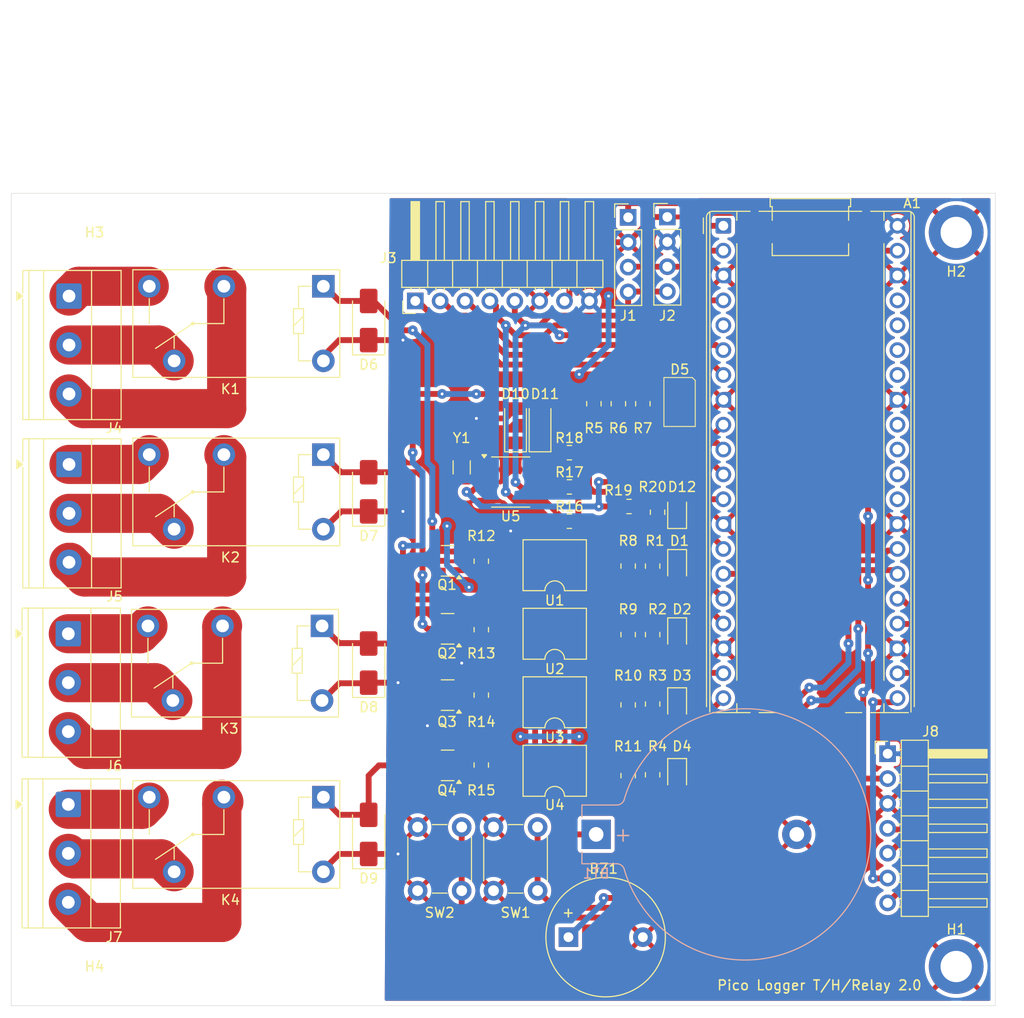
<source format=kicad_pcb>
(kicad_pcb (version 20241229) (generator "pcbnew") (generator_version "9.0")
  (layers (0 "F.Cu" signal) (2 "B.Cu" signal) (13 "F.Paste" user) (15 "B.Paste" user) (5 "F.SilkS" user "F.Silkscreen") (7 "B.SilkS" user "B.Silkscreen") (1 "F.Mask" user) (3 "B.Mask" user) (25 "Edge.Cuts" user))
  (net 0 "")
  (net 1 "SCL")
  (net 4 "SPI TX")
  (net 5 "SDA")
  (net 6 "GPIO14")
  (net 8 "GPIO21")
  (net 12 "+3.3V")
  (net 14 "GND")
  (net 15 "Net-(D1-A)")
  (net 16 "Net-(D2-A)")
  (net 17 "Net-(D3-A)")
  (net 18 "Net-(D4-A)")
  (net 19 "Net-(D5-DI)")
  (net 20 "Net-(D5-VDD)")
  (net 21 "Net-(D5-DO)")
  (net 22 "GPIO2")
  (net 24 "GPIO12")
  (net 25 "K1_Pin5")
  (net 27 "GPIO11")
  (net 28 "GPIO13")
  (net 29 "TX")
  (net 30 "GPIO15")
  (net 31 "RX")
  (net 32 "+BATT")
  (net 33 "K1_Pin2")
  (net 34 "K2_Pin2")
  (net 35 "K3_Pin2")
  (net 36 "K4_Pin2")
  (net 37 "GPIO9")
  (net 38 "K4_Pin4")
  (net 39 "K4_Pin3")
  (net 40 "K4_Pin1")
  (net 41 "K3_Pin1")
  (net 42 "K3_Pin4")
  (net 43 "K3_Pin3")
  (net 44 "K2_Pin1")
  (net 45 "K2_Pin3")
  (net 46 "K2_Pin4")
  (net 47 "K1_Pin1")
  (net 48 "K1_Pin4")
  (net 49 "K1_Pin3")
  (net 50 "Net-(Q1-B)")
  (net 51 "Net-(Q2-B)")
  (net 52 "Net-(Q3-B)")
  (net 53 "Net-(Q4-B)")
  (net 54 "Net-(R8-Pad1)")
  (net 55 "Net-(R9-Pad1)")
  (net 56 "Net-(R10-Pad1)")
  (net 57 "Net-(R11-Pad1)")
  (net 58 "Net-(R12-Pad2)")
  (net 59 "Net-(R13-Pad2)")
  (net 60 "Net-(R14-Pad2)")
  (net 61 "Net-(R15-Pad2)")
  (net 62 "Net-(D10-K)")
  (net 63 "Net-(D12-A)")
  (net 64 "SPI CSn")
  (net 65 "GPIO6")
  (net 66 "SPI SCK")
  (net 67 "GPIO20")
  (net 68 "SPI RX")
  (net 69 "GPIO7")
  (net 70 "GPIO8")
  (net 71 "GPIO10")
  (net 72 "Net-(U5-OSCO)")
  (net 73 "Net-(U5-OSCI)")
  (footprint "Resistor_SMD:R_0805_2012Metric" (layer "F.Cu") (at 155 72.5 180)
    (property "Reference" "R18")
    (property "Value" "4K7")
  )
  (footprint "LED_SMD:LED_Avago_PLCC4_3.2x2.8mm_CW" (layer "F.Cu") (at 166.25 67.325 -90)
    (property "Reference" "D5")
    (property "Value" "APA-106-F5")
  )
  (footprint "Resistor_SMD:R_0805_2012Metric" (layer "F.Cu") (at 162.5 67.5 -90)
    (property "Reference" "R7")
    (property "Value" "220")
  )
  (footprint "Diode_SMD:D_MiniMELF" (layer "F.Cu") (at 149.5 69.75 90)
    (property "Reference" "D10")
    (property "Value" "LL4148")
  )
  (footprint "Resistor_SMD:R_0805_2012Metric" (layer "F.Cu") (at 163.5 84.0875 90)
    (property "Reference" "R1")
    (property "Value" "220")
  )
  (footprint "LED_SMD:LED_0805_2012Metric" (layer "F.Cu") (at 166 98.2075 -90)
    (property "Reference" "D3")
    (property "Value" "LED")
  )
  (footprint "MountingHole:MountingHole_3.2mm_M3_DIN965_Pad" (layer "F.Cu") (at 194.5 50)
    (property "Reference" "H2")
    (property "Value" "MountingHole_Pad")
  )
  (footprint "Connector_PinHeader_2.54mm:PinHeader_1x04_P2.54mm_Vertical" (layer "F.Cu") (at 161 48.46)
    (property "Reference" "J1")
    (property "Value" "Sensor")
  )
  (footprint "Resistor_SMD:R_0805_2012Metric" (layer "F.Cu") (at 157.5 67.5 -90)
    (property "Reference" "R5")
    (property "Value" "220")
  )
  (footprint "Resistor_SMD:R_0805_2012Metric" (layer "F.Cu") (at 161.0875 78)
    (property "Reference" "R19")
    (property "Value" "10K")
  )
  (footprint "Button_Switch_THT:SW_PUSH_6mm" (layer "F.Cu") (at 139.5 117.25 90)
    (property "Reference" "SW2")
    (property "Value" "SW_Push")
  )
  (footprint "Diode_SMD:D_SMA" (layer "F.Cu") (at 134.5 111.5 90)
    (property "Reference" "D9")
    (property "Value" "SM4007")
  )
  (footprint "Resistor_SMD:R_0805_2012Metric" (layer "F.Cu") (at 146 104.4125 90)
    (property "Reference" "R15")
    (property "Value" "120")
  )
  (footprint "MountingHole:MountingHole_3.2mm_M3" (layer "F.Cu") (at 102 125)
    (property "Reference" "H4")
    (property "Value" "MountingHole")
  )
  (footprint "Relay_THT:Relay_SPDT_Omron-G5Q-1" (layer "F.Cu") (at 129.875 72.7 180)
    (property "Reference" "K2")
    (property "Value" "G5Q-1")
  )
  (footprint "Resistor_SMD:R_0805_2012Metric" (layer "F.Cu") (at 161 105.5 90)
    (property "Reference" "R11")
    (property "Value" "470")
  )
  (footprint "TerminalBlock_Phoenix:TerminalBlock_Phoenix_MKDS-1,5-3_1x03_P5.00mm_Horizontal" (layer "F.Cu") (at 103.8275 91 -90)
    (property "Reference" "J6")
    (property "Value" "K2_Output")
  )
  (footprint "Package_DIP:SMDIP-4_W9.53mm" (layer "F.Cu") (at 153.5 98 180)
    (property "Reference" "U3")
    (property "Value" "LTV-817S")
  )
  (footprint "LED_SMD:LED_0805_2012Metric" (layer "F.Cu") (at 166 91.0625 -90)
    (property "Reference" "D2")
    (property "Value" "LED")
  )
  (footprint "Connector_PinHeader_2.54mm:PinHeader_1x04_P2.54mm_Vertical" (layer "F.Cu") (at 165 48.42)
    (property "Reference" "J2")
    (property "Value" "LCD 16x2")
  )
  (footprint "Resistor_SMD:R_0805_2012Metric" (layer "F.Cu") (at 146 90.5875 90)
    (property "Reference" "R13")
    (property "Value" "120")
  )
  (footprint "MountingHole:MountingHole_3.2mm_M3" (layer "F.Cu") (at 102 50)
    (property "Reference" "H3")
    (property "Value" "MountingHole")
  )
  (footprint "Connector_PinHeader_2.54mm:PinHeader_1x07_P2.54mm_Horizontal" (layer "F.Cu") (at 187.5 103.26)
    (property "Reference" "J8")
    (property "Value" "SPI")
  )
  (footprint "MountingHole:MountingHole_3.2mm_M3_DIN965_Pad" (layer "F.Cu") (at 194.5 125)
    (property "Reference" "H1")
    (property "Value" "MountingHole_Pad")
  )
  (footprint "Module:RaspberryPi_Pico_Common_THT" (layer "F.Cu") (at 170.72 49.32)
    (property "Reference" "A1")
    (property "Value" "RaspberryPi_Pico_W")
  )
  (footprint "Package_SO:SOIC-8_3.9x4.9mm_P1.27mm" (layer "F.Cu") (at 149 75.5)
    (property "Reference" "U5")
    (property "Value" "PCF8563T")
  )
  (footprint "Package_DIP:SMDIP-4_W9.53mm" (layer "F.Cu") (at 153.5 91 180)
    (property "Reference" "U2")
    (property "Value" "LTV-817S")
  )
  (footprint "Package_TO_SOT_SMD:SOT-23" (layer "F.Cu") (at 142.5625 83.55 180)
    (property "Reference" "Q1")
    (property "Value" "MMBT3904")
  )
  (footprint "Resistor_SMD:R_0805_2012Metric" (layer "F.Cu") (at 146 83.5875 90)
    (property "Reference" "R12")
    (property "Value" "120")
  )
  (footprint "Package_DIP:SMDIP-4_W9.53mm" (layer "F.Cu") (at 153.5 84 180)
    (property "Reference" "U1")
    (property "Value" "LTV-817S")
  )
  (footprint "Package_TO_SOT_SMD:SOT-23" (layer "F.Cu") (at 142.5625 104.45 180)
    (property "Reference" "Q4")
    (property "Value" "MMBT3904")
  )
  (footprint "Relay_THT:Relay_SPDT_Omron-G5Q-1" (layer "F.Cu") (at 129.875 107.7 180)
    (property "Reference" "K4")
    (property "Value" "G5Q-1")
  )
  (footprint "Package_TO_SOT_SMD:SOT-23" (layer "F.Cu") (at 142.5625 90.5 180)
    (property "Reference" "Q2")
    (property "Value" "MMBT3904")
  )
  (footprint "Resistor_SMD:R_0805_2012Metric" (layer "F.Cu") (at 160 67.5 -90)
    (property "Reference" "R6")
    (property "Value" "220")
  )
  (footprint "LED_SMD:LED_0805_2012Metric" (layer "F.Cu") (at 166 105.4375 -90)
    (property "Reference" "D4")
    (property "Value" "LED")
  )
  (footprint "Diode_SMD:D_SMA" (layer "F.Cu") (at 134.5 59 90)
    (property "Reference" "D6")
    (property "Value" "SM4007")
  )
  (footprint "Button_Switch_THT:SW_PUSH_6mm" (layer "F.Cu") (at 147.25 117.25 90)
    (property "Reference" "SW1")
    (property "Value" "SW_Push")
  )
  (footprint "Resistor_SMD:R_0805_2012Metric" (layer "F.Cu") (at 146 97.27 90)
    (property "Reference" "R14")
    (property "Value" "120")
  )
  (footprint "Resistor_SMD:R_0805_2012Metric" (layer "F.Cu") (at 161 98.27 90)
    (property "Reference" "R10")
    (property "Value" "470")
  )
  (footprint "Resistor_SMD:R_0805_2012Metric" (layer "F.Cu") (at 161 84.0875 90)
    (property "Reference" "R8")
    (property "Value" "470")
  )
  (footprint "Resistor_SMD:R_0805_2012Metric" (layer "F.Cu") (at 164 78.5875 -90)
    (property "Reference" "R20")
    (property "Value" "220")
  )
  (footprint "LED_SMD:LED_0805_2012Metric" (layer "F.Cu") (at 166 84.0875 -90)
    (property "Reference" "D1")
    (property "Value" "LED")
  )
  (footprint "Diode_SMD:D_SMA" (layer "F.Cu") (at 134.5 76.5 90)
    (property "Reference" "D7")
    (property "Value" "SM4007")
  )
  (footprint "Buzzer_Beeper:Buzzer_12x9.5RM7.6" (layer "F.Cu") (at 154.9 122)
    (property "Reference" "BZ1")
    (property "Value" "Buzzer")
  )
  (footprint "Relay_THT:Relay_SPDT_Omron-G5Q-1" (layer "F.Cu") (at 129.74 90.2 180)
    (property "Reference" "K3")
    (property "Value" "G5Q-1")
  )
  (footprint "TerminalBlock_Phoenix:TerminalBlock_Phoenix_MKDS-1,5-3_1x03_P5.00mm_Horizontal" (layer "F.Cu") (at 103.9 56.5 -90)
    (property "Reference" "J4")
    (property "Value" "K4_Output")
  )
  (footprint "TerminalBlock_Phoenix:TerminalBlock_Phoenix_MKDS-1,5-3_1x03_P5.00mm_Horizontal" (layer "F.Cu") (at 103.8275 108.44 -90)
    (property "Reference" "J7")
    (property "Value" "K1_Output")
  )
  (footprint "Resistor_SMD:R_0805_2012Metric" (layer "F.Cu") (at 163.5 91.0875 90)
    (property "Reference" "R2")
    (property "Value" "220")
  )
  (footprint "Resistor_SMD:R_0805_2012Metric" (layer "F.Cu") (at 163.5 98.1825 90)
    (property "Reference" "R3")
    (property "Value" "220")
  )
  (footprint "Resistor_SMD:R_0805_2012Metric" (layer "F.Cu") (at 161 91.0875 90)
    (property "Reference" "R9")
    (property "Value" "470")
  )
  (footprint "Diode_SMD:D_MiniMELF" (layer "F.Cu") (at 152 69.75 90)
    (property "Reference" "D11")
    (property "Value" "LL4148")
  )
  (footprint "Crystal:Crystal_SMD_3215-2Pin_3.2x1.5mm" (layer "F.Cu") (at 144 74 -90)
    (property "Reference" "Y1")
    (property "Value" "Crystal")
  )
  (footprint "Resistor_SMD:R_0805_2012Metric" (layer "F.Cu") (at 155 76 180)
    (property "Reference" "R17")
    (property "Value" "4K7")
  )
  (footprint "Relay_THT:Relay_SPDT_Omron-G5Q-1" (layer "F.Cu") (at 129.875 55.5 180)
    (property "Reference" "K1")
    (property "Value" "G5Q-1")
  )
  (footprint "Diode_SMD:D_SMA" (layer "F.Cu") (at 134.5 94 90)
    (property "Reference" "D8")
    (property "Value" "SM4007")
  )
  (footprint "TerminalBlock_Phoenix:TerminalBlock_Phoenix_MKDS-1,5-3_1x03_P5.00mm_Horizontal" (layer "F.Cu") (at 103.9 73.7 -90)
    (property "Reference" "J5")
    (property "Value" "K3_Output")
  )
  (footprint "Resistor_SMD:R_0805_2012Metric" (layer "F.Cu") (at 163.5 105.4125 90)
    (property "Reference" "R4")
    (property "Value" "220")
  )
  (footprint "Resistor_SMD:R_0805_2012Metric" (layer "F.Cu") (at 155 79.5 180)
    (property "Reference" "R16")
    (property "Value" "4K7")
  )
  (footprint "LED_SMD:LED_0805_2012Metric" (layer "F.Cu") (at 166 78.5625 90)
    (property "Reference" "D12")
    (property "Value" "LED")
  )
  (footprint "Package_DIP:SMDIP-4_W9.53mm" (layer "F.Cu") (at 153.5 105 180)
    (property "Reference" "U4")
    (property "Value" "LTV-817S")
  )
  (footprint "Package_TO_SOT_SMD:SOT-23" (layer "F.Cu") (at 142.5625 97.27 180)
    (property "Reference" "Q3")
    (property "Value" "MMBT3904")
  )
  (footprint "Connector_PinHeader_2.54mm:PinHeader_1x08_P2.54mm_Horizontal" (layer "F.Cu") (at 139.26 57 90)
    (property "Reference" "J3")
    (property "Value" "Additional connector")
  )
  (footprint "Battery:BatteryHolder_Keystone_104_1x23mm" (layer "B.Cu") (at 157.73 111.5)
    (property "Reference" "BT1")
    (property "Value" "Battery_Cell")
  )
  (gr_rect (start 98 46) (end 198.5 129) (stroke (width 0.05)) (fill no) (layer "Edge.Cuts"))
  (gr_text "Pico Logger T/H/Relay 2.0" (at 170 127.5 0) (layer "F.SilkS") (effects (font (size 1 1)) (justify left bottom)))
  (segment (start 166.5 59.5) (end 168 58) (width 0.6) (layer "F.Cu") (net 1))
  (segment (start 149.5 75.5) (end 150.135 76.135) (width 0.6) (layer "F.Cu") (net 1))
  (segment (start 149.42 58.42) (end 149.42 57) (width 0.6) (layer "F.Cu") (net 1))
  (segment (start 165 56.04) (end 161.04 56.04) (width 0.6) (layer "F.Cu") (net 1))
  (segment (start 161 58.5) (end 161 56.08) (width 0.6) (layer "F.Cu") (net 1))
  (segment (start 169.14 51.86) (end 170.72 51.86) (width 0.6) (layer "F.Cu") (net 1))
  (segment (start 163.5 59.5) (end 166.5 59.5) (width 0.6) (layer "F.Cu") (net 1))
  (segment (start 153.9525 76.135) (end 154.0875 76) (width 0.6) (layer "F.Cu") (net 1))
  (segment (start 150.5 59.5) (end 152 59.5) (width 0.6) (layer "F.Cu") (net 1))
  (segment (start 150.5 59.5) (end 149.42 58.42) (width 0.6) (layer "F.Cu") (net 1))
  (segment (start 152 59.5) (end 153 58.5) (width 0.6) (layer "F.Cu") (net 1))
  (segment (start 151.475 76.135) (end 153.9525 76.135) (width 0.6) (layer "F.Cu") (net 1))
  (segment (start 163.5 59.5) (end 162.5 60.5) (width 0.6) (layer "F.Cu") (net 1))
  (segment (start 162.5 60.5) (end 154 60.5) (width 0.6) (layer "F.Cu") (net 1))
  (segment (start 150.135 76.135) (end 151.475 76.135) (width 0.6) (layer "F.Cu") (net 1))
  (segment (start 153 58.5) (end 161 58.5) (width 0.6) (layer "F.Cu") (net 1))
  (segment (start 168 53) (end 169.14 51.86) (width 0.6) (layer "F.Cu") (net 1))
  (segment (start 168 58) (end 168 53) (width 0.6) (layer "F.Cu") (net 1))
  (via (at 154 60.5) (size 1) (drill 0.3) (layers "F.Cu" "B.Cu") (net 1))
  (via (at 150.5 59.5) (size 1) (drill 0.3) (layers "F.Cu" "B.Cu") (net 1))
  (via (at 149.5 75.5) (size 1) (drill 0.3) (layers "F.Cu" "B.Cu") (net 1))
  (segment (start 150.5 59.5) (end 153 59.5) (width 0.6) (layer "B.Cu") (net 1))
  (segment (start 149.5 60.5) (end 149.5 75.5) (width 0.6) (layer "B.Cu") (net 1))
  (segment (start 150.5 59.5) (end 149.5 60.5) (width 0.6) (layer "B.Cu") (net 1))
  (segment (start 153 59.5) (end 154 60.5) (width 0.6) (layer "B.Cu") (net 1))
  (segment (start 191 113) (end 193 111) (width 0.6) (layer "F.Cu") (net 4))
  (segment (start 190.5 89) (end 188.92 87.42) (width 0.6) (layer "F.Cu") (net 4))
  (segment (start 188.92 87.42) (end 188.5 87.42) (width 0.6) (layer "F.Cu") (net 4))
  (segment (start 187.5 118.5) (end 189.5 116.5) (width 0.6) (layer "F.Cu") (net 4))
  (segment (start 187 118.5) (end 187.5 118.5) (width 0.6) (layer "F.Cu") (net 4))
  (segment (start 192.5 89) (end 190.5 89) (width 0.6) (layer "F.Cu") (net 4))
  (segment (start 189.5 116.5) (end 189.5 113) (width 0.6) (layer "F.Cu") (net 4))
  (segment (start 193 89.5) (end 192.5 89) (width 0.6) (layer "F.Cu") (net 4))
  (segment (start 189.5 113) (end 191 113) (width 0.6) (layer "F.Cu") (net 4))
  (segment (start 193 111) (end 193 89.5) (width 0.6) (layer "F.Cu") (net 4))
  (segment (start 147.5 58.5) (end 147.5 57.5) (width 0.6) (layer "F.Cu") (net 5))
  (segment (start 167 53.5) (end 167 49.32) (width 0.6) (layer "F.Cu") (net 5))
  (segment (start 147.5 57.5) (end 147 57) (width 0.6) (layer "F.Cu") (net 5))
  (segment (start 153.5 59.5) (end 162 59.5) (width 0.6) (layer "F.Cu") (net 5))
  (segment (start 166 58.5) (end 167 57.5) (width 0.6) (layer "F.Cu") (net 5))
  (segment (start 154.0875 79) (end 154.0875 79.5) (width 0.6) (layer "F.Cu") (net 5))
  (segment (start 152.4925 77.405) (end 154.0875 79) (width 0.6) (layer "F.Cu") (net 5))
  (segment (start 167 53.5) (end 161.04 53.5) (width 0.6) (layer "F.Cu") (net 5))
  (segment (start 151.475 77.405) (end 152.4925 77.405) (width 0.6) (layer "F.Cu") (net 5))
  (segment (start 149.405 77.405) (end 151.475 77.405) (width 0.6) (layer "F.Cu") (net 5))
  (segment (start 148.5 59.5) (end 147.5 58.5) (width 0.6) (layer "F.Cu") (net 5))
  (segment (start 152.5 60.5) (end 153.5 59.5) (width 0.6) (layer "F.Cu") (net 5))
  (segment (start 162 59.5) (end 163 58.5) (width 0.6) (layer "F.Cu") (net 5))
  (segment (start 167 49.32) (end 170.72 49.32) (width 0.6) (layer "F.Cu") (net 5))
  (segment (start 148.5 76.5) (end 149.405 77.405) (width 0.6) (layer "F.Cu") (net 5))
  (segment (start 147 57) (end 146.88 57) (width 0.6) (layer "F.Cu") (net 5))
  (segment (start 149.5 60.5) (end 152.5 60.5) (width 0.6) (layer "F.Cu") (net 5))
  (segment (start 163 58.5) (end 166 58.5) (width 0.6) (layer "F.Cu") (net 5))
  (segment (start 167 57.5) (end 167 53.5) (width 0.6) (layer "F.Cu") (net 5))
  (segment (start 148.5 59.5) (end 149.5 60.5) (width 0.6) (layer "F.Cu") (net 5))
  (via (at 148.5 76.5) (size 1) (drill 0.3) (layers "F.Cu" "B.Cu") (net 5))
  (via (at 148.5 59.5) (size 1) (drill 0.3) (layers "F.Cu" "B.Cu") (net 5))
  (segment (start 148.5 65) (end 148.5 76.5) (width 0.6) (layer "B.Cu") (net 5))
  (segment (start 148.5 59.5) (end 148.5 65) (width 0.6) (layer "B.Cu") (net 5))
  (segment (start 163.5 97.27) (end 163.5 95) (width 0.6) (layer "F.Cu") (net 6))
  (segment (start 163.5 95) (end 170.68 95) (width 0.6) (layer "F.Cu") (net 6))
  (segment (start 161 97.3575) (end 163.4125 97.3575) (width 0.6) (layer "F.Cu") (net 6))
  (segment (start 170.68 95) (end 170.72 95.04) (width 0.6) (layer "F.Cu") (net 6))
  (segment (start 151.75 117.25) (end 151.75 110.75) (width 0.6) (layer "F.Cu") (net 8))
  (segment (start 162 114) (end 162 119) (width 0.6) (layer "F.Cu") (net 8))
  (segment (start 184 83.5) (end 186.5 83.5) (width 0.6) (layer "F.Cu") (net 8))
  (segment (start 179.5 96.5) (end 162 114) (width 0.6) (layer "F.Cu") (net 8))
  (segment (start 183.5 84) (end 184 83.5) (width 0.6) (layer "F.Cu") (net 8))
  (segment (start 162 119) (end 153.5 119) (width 0.6) (layer "F.Cu") (net 8))
  (segment (start 186.5 83.5) (end 187.5 82.5) (width 0.6) (layer "F.Cu") (net 8))
  (segment (start 188.34 82.5) (end 188.5 82.34) (width 0.6) (layer "F.Cu") (net 8))
  (segment (start 153.5 119) (end 151.75 117.25) (width 0.6) (layer "F.Cu") (net 8))
  (segment (start 183.5 92) (end 183.5 84) (width 0.6) (layer "F.Cu") (net 8))
  (segment (start 187.5 82.5) (end 188.34 82.5) (width 0.6) (layer "F.Cu") (net 8))
  (via (at 183.5 92) (size 1) (drill 0.3) (layers "F.Cu" "B.Cu") (net 8))
  (via (at 179.5 96.5) (size 1) (drill 0.3) (layers "F.Cu" "B.Cu") (net 8))
  (segment (start 183.5 92) (end 183.5 94) (width 0.6) (layer "B.Cu") (net 8))
  (segment (start 183.5 94) (end 181 96.5) (width 0.6) (layer "B.Cu") (net 8))
  (segment (start 181 96.5) (end 179.5 96.5) (width 0.6) (layer "B.Cu") (net 8))
  (segment (start 167.5 47) (end 161 47) (width 0.6) (layer "F.Cu") (net 12))
  (segment (start 185.5 79) (end 185.5 51.86) (width 0.6) (layer "F.Cu") (net 12))
  (segment (start 186.5 48) (end 168 48) (width 0.6) (layer "F.Cu") (net 12))
  (segment (start 186.86 51.86) (end 186.5 51.5) (width 0.6) (layer "F.Cu") (net 12))
  (segment (start 155.5 47) (end 155 47.5) (width 0.6) (layer "F.Cu") (net 12))
  (segment (start 161 47) (end 155.5 47) (width 0.6) (layer "F.Cu") (net 12))
  (segment (start 167.5 47.5) (end 167.5 47) (width 0.6) (layer "F.Cu") (net 12))
  (segment (start 185 105.8) (end 187 105.8) (width 0.6) (layer "F.Cu") (net 12))
  (segment (start 185.5 51.86) (end 186.86 51.86) (width 0.6) (layer "F.Cu") (net 12))
  (segment (start 161 47) (end 161 48.46) (width 0.6) (layer "F.Cu") (net 12))
  (segment (start 186.5 51.5) (end 186.5 48) (width 0.6) (layer "F.Cu") (net 12))
  (segment (start 185.5 85.5) (end 185.5 93) (width 0.6) (layer "F.Cu") (net 12))
  (segment (start 155 56.5) (end 154.5 57) (width 0.6) (layer "F.Cu") (net 12))
  (segment (start 155 47.5) (end 155 56.5) (width 0.6) (layer "F.Cu") (net 12))
  (segment (start 188.5 51.86) (end 186.86 51.86) (width 0.6) (layer "F.Cu") (net 12))
  (segment (start 185 97) (end 185 105.8) (width 0.6) (layer "F.Cu") (net 12))
  (segment (start 168 48) (end 167.5 47.5) (width 0.6) (layer "F.Cu") (net 12))
  (via (at 185.5 93) (size 1) (drill 0.3) (layers "F.Cu" "B.Cu") (net 12))
  (via (at 185 97) (size 1) (drill 0.3) (layers "F.Cu" "B.Cu") (net 12))
  (via (at 185.5 85.5) (size 1) (drill 0.3) (layers "F.Cu" "B.Cu") (net 12))
  (via (at 185.5 79) (size 1) (drill 0.3) (layers "F.Cu" "B.Cu") (net 12))
  (segment (start 185.5 93) (end 185.5 96.5) (width 0.6) (layer "B.Cu") (net 12))
  (segment (start 185.5 96.5) (end 185 97) (width 0.6) (layer "B.Cu") (net 12))
  (segment (start 185.5 85.5) (end 185.5 79) (width 0.6) (layer "B.Cu") (net 12))
  (segment (start 158.5 56) (end 159 56.5) (width 0.6) (layer "F.Cu") (net 14))
  (segment (start 168.995 68.825) (end 170.72 67.1) (width 0.6) (layer "F.Cu") (net 14))
  (segment (start 167 68.825) (end 168.995 68.825) (width 0.6) (layer "F.Cu") (net 14))
  (segment (start 163.58 48.42) (end 161 51) (width 0.6) (layer "F.Cu") (net 14))
  (segment (start 165 48.42) (end 163.58 48.42) (width 0.6) (layer "F.Cu") (net 14))
  (segment (start 161 51) (end 158.5 51) (width 0.6) (layer "F.Cu") (net 14))
  (segment (start 158.5 51) (end 158.5 56) (width 0.6) (layer "F.Cu") (net 14))
  (via (at 156 101.5) (size 1) (drill 0.3) (layers "F.Cu" "B.Cu") (net 14))
  (via (at 142.5 80) (size 1) (drill 0.3) (layers "F.Cu" "B.Cu") (net 14))
  (via (at 150 101.5) (size 1) (drill 0.3) (layers "F.Cu" "B.Cu") (net 14))
  (via (at 159 56.5) (size 1) (drill 0.3) (layers "F.Cu" "B.Cu") (net 14))
  (via (at 156 64.5) (size 1) (drill 0.3) (layers "F.Cu" "B.Cu") (net 14))
  (via (at 144.75 86.25) (size 1) (drill 0.3) (layers "F.Cu" "B.Cu") (net 14))
  (segment (start 159 61.5) (end 156 64.5) (width 0.6) (layer "B.Cu") (net 14))
  (segment (start 144.75 86.25) (end 142.5 84) (width 0.6) (layer "B.Cu") (net 14))
  (segment (start 159 56.5) (end 159 61.5) (width 0.6) (layer "B.Cu") (net 14))
  (segment (start 150 101.5) (end 156 101.5) (width 0.6) (layer "B.Cu") (net 14))
  (segment (start 142.5 84) (end 142.5 80) (width 0.6) (layer "B.Cu") (net 14))
  (segment (start 163.265 85) (end 165.74 85) (width 0.6) (layer "F.Cu") (net 15))
  (segment (start 166 92) (end 163.5 92) (width 0.6) (layer "F.Cu") (net 16))
  (segment (start 166 99.145) (end 163.55 99.145) (width 0.6) (layer "F.Cu") (net 17))
  (segment (start 166.5 106.375) (end 164.05 106.375) (width 0.6) (layer "F.Cu") (net 18))
  (segment (start 164.05 106.375) (end 164 106.325) (width 0.6) (layer "F.Cu") (net 18))
  (segment (start 164.0875 64.4125) (end 165.5 65.825) (width 0.6) (layer "F.Cu") (net 19))
  (segment (start 159.5875 64.4125) (end 164.0875 64.4125) (width 0.6) (layer "F.Cu") (net 19))
  (segment (start 159.5875 64.4125) (end 157.4125 66.5875) (width 0.6) (layer "F.Cu") (net 19))
  (segment (start 165.5 68.825) (end 164.825 68.825) (width 0.6) (layer "F.Cu") (net 20))
  (segment (start 164.825 68.825) (end 162.5 66.5) (width 0.6) (layer "F.Cu") (net 20))
  (segment (start 164.8 67.325) (end 167 67.325) (width 0.6) (layer "F.Cu") (net 21))
  (segment (start 160 65.325) (end 163.825 65.325) (width 0.6) (layer "F.Cu") (net 21))
  (segment (start 164 66.525) (end 164.8 67.325) (width 0.6) (layer "F.Cu") (net 21))
  (segment (start 167 67.325) (end 167 65.825) (width 0.6) (layer "F.Cu") (net 21))
  (segment (start 163.825 65.325) (end 164 65.5) (width 0.6) (layer "F.Cu") (net 21))
  (segment (start 164 65.5) (end 164 66.525) (width 0.6) (layer "F.Cu") (net 21))
  (segment (start 160 66.5) (end 160 65.325) (width 0.6) (layer "F.Cu") (net 21))
  (segment (start 144.84 57.34) (end 144 57.34) (width 0.6) (layer "F.Cu") (net 22))
  (segment (start 169.06 56.94) (end 169 57) (width 0.6) (layer "F.Cu") (net 22))
  (segment (start 167 60.5) (end 164 60.5) (width 0.6) (layer "F.Cu") (net 22))
  (segment (start 149 61.5) (end 144.84 57.34) (width 0.6) (layer "F.Cu") (net 22))
  (segment (start 169 57) (end 169 58.5) (width 0.6) (layer "F.Cu") (net 22))
  (segment (start 169 58.5) (end 167 60.5) (width 0.6) (layer "F.Cu") (net 22))
  (segment (start 163 61.5) (end 149 61.5) (width 0.6) (layer "F.Cu") (net 22))
  (segment (start 170.72 56.94) (end 169.06 56.94) (width 0.6) (layer "F.Cu") (net 22))
  (segment (start 164 60.5) (end 163 61.5) (width 0.6) (layer "F.Cu") (net 22))
  (segment (start 161.5 83.175) (end 163.5 83.175) (width 0.6) (layer "F.Cu") (net 24))
  (segment (start 169 85.7) (end 170.72 87.42) (width 0.6) (layer "F.Cu") (net 24))
  (segment (start 164.5 81) (end 168 81) (width 0.6) (layer "F.Cu") (net 24))
  (segment (start 163.5 82) (end 164.5 81) (width 0.6) (layer "F.Cu") (net 24))
  (segment (start 163.5 83.175) (end 163.5 82) (width 0.6) (layer "F.Cu") (net 24))
  (segment (start 168 81) (end 169 82) (width 0.6) (layer "F.Cu") (net 24))
  (segment (start 169 82) (end 169 85.7) (width 0.6) (layer "F.Cu") (net 24))
  (segment (start 138 78.5) (end 134.5 78.5) (width 0.6) (layer "F.Cu") (net 25))
  (segment (start 147.5 93) (end 148.005 93) (width 0.6) (layer "F.Cu") (net 25))
  (segment (start 150.5 81) (end 151 81.5) (width 0.6) (layer "F.Cu") (net 25))
  (segment (start 131.695 78.5) (end 129.875 80.32) (width 0.6) (layer "F.Cu") (net 25))
  (segment (start 151.5 99) (end 151.5 105.5) (width 0.6) (layer "F.Cu") (net 25))
  (segment (start 129.875 62.625) (end 129.875 63.12) (width 0.6) (layer "F.Cu") (net 25))
  (segment (start 151.5 105.5) (end 151.5 106.5) (width 0.6) (layer "F.Cu") (net 25))
  (segment (start 140.5 100.4) (end 147.605 100.4) (width 0.6) (layer "F.Cu") (net 25))
  (segment (start 134.5 61) (end 131.5 61) (width 0.6) (layer "F.Cu") (net 25))
  (segment (start 151 85) (end 149.005 85) (width 0.6) (layer "F.Cu") (net 25))
  (segment (start 150 80.5) (end 150.5 81) (width 0.6) (layer "F.Cu") (net 25))
  (segment (start 151.5 99) (end 149.005 99) (width 0.6) (layer "F.Cu") (net 25))
  (segment (start 146.5 94) (end 147.5 93) (width 0.6) (layer "F.Cu") (net 25))
  (segment (start 134.44 96.06) (end 134.5 96) (width 0.6) (layer "F.Cu") (net 25))
  (segment (start 149.5 68) (end 148.5 69) (width 0.6) (layer "F.Cu") (net 25))
  (segment (start 131.5 61) (end 129.875 62.625) (width 0.6) (layer "F.Cu") (net 25))
  (segment (start 134.5 96) (end 137.5 96) (width 0.6) (layer "F.Cu") (net 25))
  (segment (start 147.605 100.4) (end 148.735 99.27) (width 0.6) (layer "F.Cu") (net 25))
  (segment (start 155.9125 76) (end 155.9125 72.5) (width 0.6) (layer "F.Cu") (net 25))
  (segment (start 138 61) (end 134.5 61) (width 0.6) (layer "F.Cu") (net 25))
  (segment (start 149 80.5) (end 150 80.5) (width 0.6) (layer "F.Cu") (net 25))
  (segment (start 131.5 96.06) (end 134.44 96.06) (width 0.6) (layer "F.Cu") (net 25))
  (segment (start 155.9125 79.5) (end 155.9125 76) (width 0.6) (layer "F.Cu") (net 25))
  (segment (start 155.9125 80.5875) (end 155.5 81) (width 0.6) (layer "F.Cu") (net 25))
  (segment (start 155.5 81) (end 150.5 81) (width 0.6) (layer "F.Cu") (net 25))
  (segment (start 162 79.5) (end 155.9125 79.5) (width 0.6) (layer "F.Cu") (net 25))
  (segment (start 155.9125 79.5) (end 155.9125 80.5875) (width 0.6) (layer "F.Cu") (net 25))
  (segment (start 131.5 113.5) (end 129.875 115.125) (width 0.6) (layer "F.Cu") (net 25))
  (segment (start 148.5 69) (end 145.5 69) (width 0.6) (layer "F.Cu") (net 25))
  (segment (start 162 78) (end 162 79.5) (width 0.6) (layer "F.Cu") (net 25))
  (segment (start 164 79.5) (end 162 79.5) (width 0.6) (layer "F.Cu") (net 25))
  (segment (start 134.5 113.5) (end 131.5 113.5) (width 0.6) (layer "F.Cu") (net 25))
  (segment (start 144 94) (end 146.5 94) (width 0.6) (layer "F.Cu") (net 25))
  (segment (start 134.5 78.5) (end 131.695 78.5) (width 0.6) (layer "F.Cu") (net 25))
  (segment (start 151.5 106.5) (end 148.965 106.5) (width 0.6) (layer "F.Cu") (net 25))
  (segment (start 131.5 96.06) (end 129.74 97.82) (width 0.6) (layer "F.Cu") (net 25))
  (segment (start 148.005 93) (end 149.005 92) (width 0.6) (layer "F.Cu") (net 25))
  (segment (start 129.875 115.125) (end 129.875 115.32) (width 0.6) (layer "F.Cu") (net 25))
  (segment (start 151 81.5) (end 151 85) (width 0.6) (layer "F.Cu") (net 25))
  (segment (start 134.5 113.5) (end 137.5 113.5) (width 0.6) (layer "F.Cu") (net 25))
  (via (at 138 78.5) (size 1) (drill 0.3) (layers "F.Cu" "B.Cu") (net 25))
  (via (at 149 80.5) (size 1) (drill 0.3) (layers "F.Cu" "B.Cu") (net 25))
  (via (at 137.5 96) (size 1) (drill 0.3) (layers "F.Cu" "B.Cu") (net 25))
  (via (at 144 94) (size 1) (drill 0.3) (layers "F.Cu" "B.Cu") (net 25))
  (via (at 140.5 100.4) (size 1) (drill 0.3) (layers "F.Cu" "B.Cu") (net 25))
  (via (at 145.5 69) (size 1) (drill 0.3) (layers "F.Cu" "B.Cu") (net 25))
  (via (at 137.5 113.5) (size 1) (drill 0.3) (layers "F.Cu" "B.Cu") (net 25))
  (via (at 138 61) (size 1) (drill 0.3) (layers "F.Cu" "B.Cu") (net 25))
  (segment (start 174 100.5) (end 174 86) (width 0.6) (layer "F.Cu") (net 27))
  (segment (start 172.88 84.88) (end 170.72 84.88) (width 0.6) (layer "F.Cu") (net 27))
  (segment (start 161 118) (end 161 113.5) (width 0.6) (layer "F.Cu") (net 27))
  (segment (start 158.5 118) (end 161 118) (width 0.6) (layer "F.Cu") (net 27))
  (segment (start 161 113.5) (end 174 100.5) (width 0.6) (layer "F.Cu") (net 27))
  (segment (start 174 86) (end 172.88 84.88) (width 0.6) (layer "F.Cu") (net 27))
  (via (at 158.5 118) (size 1) (drill 0.3) (layers "F.Cu" "B.Cu") (net 27))
  (segment (start 158.5 118.4) (end 154.9 122) (width 0.6) (layer "B.Cu") (net 27))
  (segment (start 158.5 118) (end 158.5 118.4) (width 0.6) (layer "B.Cu") (net 27))
  (segment (start 163.5 90.175) (end 161 90.175) (width 0.6) (layer "F.Cu") (net 28))
  (segment (start 163.5 90.175) (end 163.5 88) (width 0.6) (layer "F.Cu") (net 28))
  (segment (start 163.5 88) (end 168.76 88) (width 0.6) (layer "F.Cu") (net 28))
  (segment (start 168.76 88) (end 170.72 89.96) (width 0.6) (layer "F.Cu") (net 28))
  (segment (start 169.96 61.5) (end 164.5 61.5) (width 0.6) (layer "F.Cu") (net 29))
  (segment (start 163.5 62.5) (end 148.5 62.5) (width 0.6) (layer "F.Cu") (net 29))
  (segment (start 142 57) (end 141.8 57) (width 0.6) (layer "F.Cu") (net 29))
  (segment (start 164.5 61.5) (end 163.5 62.5) (width 0.6) (layer "F.Cu") (net 29))
  (segment (start 143.5 58.5) (end 142 57) (width 0.6) (layer "F.Cu") (net 29))
  (segment (start 170.48 62.02) (end 169.96 61.5) (width 0.6) (layer "F.Cu") (net 29))
  (segment (start 148.5 62.5) (end 144.5 58.5) (width 0.6) (layer "F.Cu") (net 29))
  (segment (start 144.5 58.5) (end 143.5 58.5) (width 0.6) (layer "F.Cu") (net 29))
  (segment (start 170.72 97.58) (end 164 104.3) (width 0.6) (layer "F.Cu") (net 30))
  (segment (start 164 104.3) (end 164 104.5) (width 0.6) (layer "F.Cu") (net 30))
  (segment (start 164 104.5) (end 161.5875 104.5) (width 0.6) (layer "F.Cu") (net 30))
  (segment (start 161.5875 104.5) (end 161.5 104.5875) (width 0.6) (layer "F.Cu") (net 30))
  (segment (start 142 59.5) (end 139.76 57.26) (width 0.6) (layer "F.Cu") (net 31))
  (segment (start 148 63.5) (end 144 59.5) (width 0.6) (layer "F.Cu") (net 31))
  (segment (start 168.66 62.5) (end 165 62.5) (width 0.6) (layer "F.Cu") (net 31))
  (segment (start 139.76 57.26) (end 139.26 57.26) (width 0.6) (layer "F.Cu") (net 31))
  (segment (start 165 62.5) (end 164 63.5) (width 0.6) (layer "F.Cu") (net 31))
  (segment (start 170.72 64.56) (end 168.66 62.5) (width 0.6) (layer "F.Cu") (net 31))
  (segment (start 144 59.5) (end 142 59.5) (width 0.6) (layer "F.Cu") (net 31))
  (segment (start 164 63.5) (end 148 63.5) (width 0.6) (layer "F.Cu") (net 31))
  (segment (start 145.49 66.5) (end 145.495 66.505) (width 0.6) (layer "F.Cu") (net 32))
  (segment (start 139 72.5) (end 139 67) (width 0.6) (layer "F.Cu") (net 32))
  (segment (start 157.73 111.5) (end 155 111.5) (width 0.6) (layer "F.Cu") (net 32))
  (segment (start 155 111.5) (end 154.5 111) (width 0.6) (layer "F.Cu") (net 32))
  (segment (start 152.5 87.5) (end 138 87.5) (width 0.6) (layer "F.Cu") (net 32))
  (segment (start 145.5 66.51) (end 151.99 66.51) (width 0.6) (layer "F.Cu") (net 32))
  (segment (start 139 67) (end 139.5 66.5) (width 0.6) (layer "F.Cu") (net 32))
  (segment (start 154.5 111) (end 154.5 89.5) (width 0.6) (layer "F.Cu") (net 32))
  (segment (start 151.99 66.51) (end 152 66.5) (width 0.6) (layer "F.Cu") (net 32))
  (segment (start 138 87.5) (end 138 82) (width 0.6) (layer "F.Cu") (net 32))
  (segment (start 145.495 66.505) (end 145.5 66.51) (width 0.6) (layer "F.Cu") (net 32))
  (segment (start 142 66.5) (end 139.5 66.5) (width 0.6) (layer "F.Cu") (net 32))
  (segment (start 152 66.5) (end 152 68) (width 0.6) (layer "F.Cu") (net 32))
  (segment (start 154.5 89.5) (end 152.5 87.5) (width 0.6) (layer "F.Cu") (net 32))
  (via (at 138 82) (size 1) (drill 0.3) (layers "F.Cu" "B.Cu") (net 32))
  (via (at 139 72.5) (size 1) (drill 0.3) (layers "F.Cu" "B.Cu") (net 32))
  (via (at 145.495 66.505) (size 1) (drill 0.3) (layers "F.Cu" "B.Cu") (net 32))
  (via (at 142 66.5) (size 1) (drill 0.3) (layers "F.Cu" "B.Cu") (net 32))
  (segment (start 138 82) (end 140 82) (width 0.6) (layer "B.Cu") (net 32))
  (segment (start 139 73.5) (end 139 72.5) (width 0.6) (layer "B.Cu") (net 32))
  (segment (start 145.495 66.505) (end 142.005 66.505) (width 0.6) (layer "B.Cu") (net 32))
  (segment (start 140 74.5) (end 139 73.5) (width 0.6) (layer "B.Cu") (net 32))
  (segment (start 142.005 66.505) (end 142 66.5) (width 0.6) (layer "B.Cu") (net 32))
  (segment (start 140 82) (end 140 74.5) (width 0.6) (layer "B.Cu") (net 32))
  (segment (start 120 55.785) (end 119.715 55.5) (width 4) (layer "F.Cu") (net 33))
  (segment (start 105.4 68) (end 120 68) (width 4) (layer "F.Cu") (net 33))
  (segment (start 103.9 66.5) (end 105.4 68) (width 4) (layer "F.Cu") (net 33))
  (segment (start 120 68) (end 120 55.785) (width 4) (layer "F.Cu") (net 33))
  (segment (start 120 72.985) (end 119.715 72.7) (width 4) (layer "F.Cu") (net 34))
  (segment (start 105.5 85.2) (end 120 85.2) (width 4) (layer "F.Cu") (net 34))
  (segment (start 103.9 83.7) (end 104 83.7) (width 4) (layer "F.Cu") (net 34))
  (segment (start 120 85.2) (end 120 72.985) (width 4) (layer "F.Cu") (net 34))
  (segment (start 104 83.7) (end 105.5 85.2) (width 4) (layer "F.Cu") (net 34))
  (segment (start 119.5 90.28) (end 119.58 90.2) (width 4) (layer "F.Cu") (net 35))
  (segment (start 105.6475 102.82) (end 119.5 102.82) (width 4) (layer "F.Cu") (net 35))
  (segment (start 103.8275 101) (end 105.6475 102.82) (width 4) (layer "F.Cu") (net 35))
  (segment (start 119.5 102.82) (end 119.5 90.28) (width 4) (layer "F.Cu") (net 35))
  (segment (start 119.5 120.5) (end 119.5 107.915) (width 4) (layer "F.Cu") (net 36))
  (segment (start 103.8275 118.44) (end 105.8875 120.5) (width 4) (layer "F.Cu") (net 36))
  (segment (start 105.8875 120.5) (end 119.5 120.5) (width 4) (layer "F.Cu") (net 36))
  (segment (start 119.5 108.415) (end 119.715 108.2) (width 4) (layer "F.Cu") (net 36))
  (segment (start 146.525 76.135) (end 145.365 76.135) (width 0.6) (layer "F.Cu") (net 37))
  (segment (start 170.72 77.26) (end 169.26 77.26) (width 0.6) (layer "F.Cu") (net 37))
  (segment (start 158 78) (end 160.175 78) (width 0.6) (layer "F.Cu") (net 37))
  (segment (start 167.5 75.5) (end 162.5 75.5) (width 0.6) (layer "F.Cu") (net 37))
  (segment (start 162.5 75.5) (end 158 75.5) (width 0.6) (layer "F.Cu") (net 37))
  (segment (start 169.26 77.26) (end 167.5 75.5) (width 0.6) (layer "F.Cu") (net 37))
  (segment (start 145.365 76.135) (end 145 76.5) (width 0.6) (layer "F.Cu") (net 37))
  (segment (start 145 76.5) (end 144.5 76.5) (width 0.6) (layer "F.Cu") (net 37))
  (via (at 158 75.5) (size 1) (drill 0.3) (layers "F.Cu" "B.Cu") (net 37))
  (via (at 158 78) (size 1) (drill 0.3) (layers "F.Cu" "B.Cu") (net 37))
  (via (at 144.5 76.5) (size 1) (drill 0.3) (layers "F.Cu" "B.Cu") (net 37))
  (segment (start 144.5 76.5) (end 146 78) (width 0.6) (layer "B.Cu") (net 37))
  (segment (start 146 78) (end 158 78) (width 0.6) (layer "B.Cu") (net 37))
  (segment (start 158 75.5) (end 158 78) (width 0.6) (layer "B.Cu") (net 37))
  (segment (start 113.315 114) (end 114.635 115.32) (width 4) (layer "F.Cu") (net 38))
  (segment (start 103.8275 113.44) (end 104.3875 114) (width 4) (layer "F.Cu") (net 38))
  (segment (start 104.3875 114) (end 113.315 114) (width 4) (layer "F.Cu") (net 38))
  (segment (start 111.355 108.94) (end 112.095 108.2) (width 4) (layer "F.Cu") (net 39))
  (segment (start 103.8275 108.94) (end 111.355 108.94) (width 4) (layer "F.Cu") (net 39))
  (segment (start 135.55 104.45) (end 134.5 105.5) (width 0.6) (layer "F.Cu") (net 40))
  (segment (start 134.5 105.5) (end 134.5 109.5) (width 0.6) (layer "F.Cu") (net 40))
  (segment (start 141.625 104.45) (end 135.55 104.45) (width 0.6) (layer "F.Cu") (net 40))
  (segment (start 131.5 109.5) (end 129.875 107.875) (width 0.6) (layer "F.Cu") (net 40))
  (segment (start 134.5 109.5) (end 131.5 109.5) (width 0.6) (layer "F.Cu") (net 40))
  (segment (start 129.875 107.875) (end 129.875 107.7) (width 0.6) (layer "F.Cu") (net 40))
  (segment (start 134.5 92) (end 139.5 92) (width 0.6) (layer "F.Cu") (net 41))
  (segment (start 134.46 91.96) (end 134.5 92) (width 0.6) (layer "F.Cu") (net 41))
  (segment (start 140.23 97.27) (end 141.625 97.27) (width 0.6) (layer "F.Cu") (net 41))
  (segment (start 140 97.04) (end 140.23 97.27) (width 0.6) (layer "F.Cu") (net 41))
  (segment (start 140 92.5) (end 140 97.04) (width 0.6) (layer "F.Cu") (net 41))
  (segment (start 131.5 91.96) (end 129.74 90.2) (width 0.6) (layer "F.Cu") (net 41))
  (segment (start 139.5 92) (end 140 92.5) (width 0.6) (layer "F.Cu") (net 41))
  (segment (start 131.5 91.96) (end 134.46 91.96) (width 0.6) (layer "F.Cu") (net 41))
  (segment (start 112.68 96) (end 114.5 97.82) (width 4) (layer "F.Cu") (net 42))
  (segment (start 103.8275 96) (end 112.68 96) (width 4) (layer "F.Cu") (net 42))
  (segment (start 103.8275 91) (end 111.16 91) (width 4) (layer "F.Cu") (net 43))
  (segment (start 111.16 91) (end 111.96 90.2) (width 4) (layer "F.Cu") (net 43))
  (segment (start 134.5 74.5) (end 131.675 74.5) (width 0.6) (layer "F.Cu") (net 44))
  (segment (start 140 75) (end 140 85) (width 0.6) (layer "F.Cu") (net 44))
  (segment (start 139.5 74.5) (end 140 75) (width 0.6) (layer "F.Cu") (net 44))
  (segment (start 134.5 74.5) (end 139.5 74.5) (width 0.6) (layer "F.Cu") (net 44))
  (segment (start 140.5 90.5) (end 140 90) (width 0.6) (layer "F.Cu") (net 44))
  (segment (start 141.625 90.5) (end 140.5 90.5) (width 0.6) (layer "F.Cu") (net 44))
  (segment (start 131.675 74.5) (end 129.875 72.7) (width 0.6) (layer "F.Cu") (net 44))
  (via (at 140 90) (size 1) (drill 0.3) (layers "F.Cu" "B.Cu") (net 44))
  (via (at 140 85) (size 1) (drill 0.3) (layers "F.Cu" "B.Cu") (net 44))
  (segment (start 140 85) (end 140 90) (width 0.6) (layer "B.Cu") (net 44))
  (segment (start 111.095 73.7) (end 112.095 72.7) (width 4) (layer "F.Cu") (net 45))
  (segment (start 103.9 73.7) (end 111.095 73.7) (width 4) (layer "F.Cu") (net 45))
  (segment (start 113.015 78.7) (end 114.635 80.32) (width 4) (layer "F.Cu") (net 46))
  (segment (start 103.9 78.7) (end 113.015 78.7) (width 4) (layer "F.Cu") (net 46))
  (segment (start 139 60) (end 138 60) (width 0.6) (layer "F.Cu") (net 47))
  (segment (start 130 55.5) (end 131.5 57) (width 0.6) (layer "F.Cu") (net 47))
  (segment (start 135 57) (end 134.5 57) (width 0.6) (layer "F.Cu") (net 47))
  (segment (start 131.5 57) (end 134.5 57) (width 0.6) (layer "F.Cu") (net 47))
  (segment (start 141 83.55) (end 141.625 83.55) (width 0.6) (layer "F.Cu") (net 47))
  (segment (start 129.875 55.5) (end 130 55.5) (width 0.6) (layer "F.Cu") (net 47))
  (segment (start 138 60) (end 135 57) (width 0.6) (layer "F.Cu") (net 47))
  (segment (start 141 79.5) (end 141 83.55) (width 0.6) (layer "F.Cu") (net 47))
  (via (at 141 79.5) (size 1) (drill 0.3) (layers "F.Cu" "B.Cu") (net 47))
  (via (at 139 60) (size 1) (drill 0.3) (layers "F.Cu" "B.Cu") (net 47))
  (segment (start 140.5 61.5) (end 140.5 73.5) (width 0.6) (layer "B.Cu") (net 47))
  (segment (start 139 60) (end 140.5 61.5) (width 0.6) (layer "B.Cu") (net 47))
  (segment (start 141 74) (end 141 79.5) (width 0.6) (layer "B.Cu") (net 47))
  (segment (start 140.5 73.5) (end 141 74) (width 0.6) (layer "B.Cu") (net 47))
  (segment (start 113.015 61.5) (end 114.635 63.12) (width 4) (layer "F.Cu") (net 48))
  (segment (start 103.9 61.5) (end 113.015 61.5) (width 4) (layer "F.Cu") (net 48))
  (segment (start 112.095 55.5) (end 104.9 55.5) (width 4) (layer "F.Cu") (net 49))
  (segment (start 104.9 55.5) (end 103.9 56.5) (width 4) (layer "F.Cu") (net 49))
  (segment (start 145.765 84.5) (end 143.265 84.5) (width 0.6) (layer "F.Cu") (net 50))
  (segment (start 143.4375 91.45) (end 145.95 91.45) (width 0.6) (layer "F.Cu") (net 51))
  (segment (start 143.4375 98.22) (end 145.9625 98.22) (width 0.6) (layer "F.Cu") (net 52))
  (segment (start 145.925 105.4) (end 143.375 105.4) (width 0.6) (layer "F.Cu") (net 53))
  (segment (start 160.765 85) (end 158.535 85) (width 0.6) (layer "F.Cu") (net 54))
  (segment (start 161 92) (end 158.535 92) (width 0.6) (layer "F.Cu") (net 55))
  (segment (start 161 99.1825) (end 158.3525 99.1825) (width 0.6) (layer "F.Cu") (net 56))
  (segment (start 158.4075 106.4125) (end 161 106.4125) (width 0.6) (layer "F.Cu") (net 57))
  (segment (start 145.765 82.675) (end 148.68 82.675) (width 0.6) (layer "F.Cu") (net 58))
  (segment (start 146 89.675) (end 148.68 89.675) (width 0.6) (layer "F.Cu") (net 59))
  (segment (start 148.735 96.73) (end 146.3725 96.73) (width 0.6) (layer "F.Cu") (net 60))
  (segment (start 146.3725 96.73) (end 146 96.3575) (width 0.6) (layer "F.Cu") (net 60))
  (segment (start 146 103.5) (end 148.505 103.5) (width 0.6) (layer "F.Cu") (net 61))
  (segment (start 151.475 73.595) (end 152.905 73.595) (width 0.6) (layer "F.Cu") (net 62))
  (segment (start 153 73.5) (end 153 72.5) (width 0.6) (layer "F.Cu") (net 62))
  (segment (start 153 72.5) (end 152 71.5) (width 0.6) (layer "F.Cu") (net 62))
  (segment (start 152 71.5) (end 149.5 71.5) (width 0.6) (layer "F.Cu") (net 62))
  (segment (start 152.905 73.595) (end 153 73.5) (width 0.6) (layer "F.Cu") (net 62))
  (segment (start 165.95 77.675) (end 166 77.625) (width 0.6) (layer "F.Cu") (net 63))
  (segment (start 164 77.675) (end 165.95 77.675) (width 0.6) (layer "F.Cu") (net 63))
  (segment (start 190 111) (end 191 110) (width 0.6) (layer "F.Cu") (net 64))
  (segment (start 187 110.88) (end 187.12 111) (width 0.6) (layer "F.Cu") (net 64))
  (segment (start 191 95) (end 188.54 95) (width 0.6) (layer "F.Cu") (net 64))
  (segment (start 191 110) (end 191 95) (width 0.6) (layer "F.Cu") (net 64))
  (segment (start 187.12 111) (end 190 111) (width 0.6) (layer "F.Cu") (net 64))
  (segment (start 188.54 95) (end 188.5 95.04) (width 0.6) (layer "F.Cu") (net 64))
  (segment (start 164.5 70.5) (end 169.86 70.5) (width 0.6) (layer "F.Cu") (net 65))
  (segment (start 162.5 68.325) (end 162.5 68.5) (width 0.6) (layer "F.Cu") (net 65))
  (segment (start 162.5 68.5) (end 164.5 70.5) (width 0.6) (layer "F.Cu") (net 65))
  (segment (start 169.86 70.5) (end 170.72 69.64) (width 0.6) (layer "F.Cu") (net 65))
  (segment (start 187.66 113.42) (end 189.08 112) (width 0.6) (layer "F.Cu") (net 66))
  (segment (start 188.54 90) (end 188.5 89.96) (width 0.6) (layer "F.Cu") (net 66))
  (segment (start 187 113.42) (end 187.66 113.42) (width 0.6) (layer "F.Cu") (net 66))
  (segment (start 192 110.5) (end 192 90) (width 0.6) (layer "F.Cu") (net 66))
  (segment (start 190.5 112) (end 192 110.5) (width 0.6) (layer "F.Cu") (net 66))
  (segment (start 192 90) (end 188.54 90) (width 0.6) (layer "F.Cu") (net 66))
  (segment (start 189.08 112) (end 190.5 112) (width 0.6) (layer "F.Cu") (net 66))
  (segment (start 163 114.5) (end 179.6875 97.8125) (width 0.6) (layer "F.Cu") (net 67))
  (segment (start 184.5 84.5) (end 188.12 84.5) (width 0.6) (layer "F.Cu") (net 67))
  (segment (start 188.12 84.5) (end 188.5 84.88) (width 0.6) (layer "F.Cu") (net 67))
  (segment (start 184.5 90.5) (end 184.5 84.5) (width 0.6) (layer "F.Cu") (net 67))
  (segment (start 163 120) (end 163 114.5) (width 0.6) (layer "F.Cu") (net 67))
  (segment (start 144 110.75) (end 144 120) (width 0.6) (layer "F.Cu") (net 67))
  (segment (start 144 120) (end 163 120) (width 0.6) (layer "F.Cu") (net 67))
  (via (at 179.6875 97.8125) (size 1) (drill 0.3) (layers "F.Cu" "B.Cu") (net 67))
  (via (at 184.5 90.5) (size 1) (drill 0.3) (layers "F.Cu" "B.Cu") (net 67))
  (segment (start 184.5 90.5) (end 184.5 94.625) (width 0.6) (layer "B.Cu") (net 67))
  (segment (start 184.5 94.625) (end 181.3125 97.8125) (width 0.6) (layer "B.Cu") (net 67))
  (segment (start 181.3125 97.8125) (end 179.6875 97.8125) (width 0.6) (layer "B.Cu") (net 67))
  (segment (start 186.96 116) (end 187 115.96) (width 0.6) (layer "F.Cu") (net 68))
  (segment (start 188.08 98) (end 188.5 97.58) (width 0.6) (layer "F.Cu") (net 68))
  (segment (start 186 116) (end 186.96 116) (width 0.6) (layer "F.Cu") (net 68))
  (segment (start 186 98) (end 188.08 98) (width 0.6) (layer "F.Cu") (net 68))
  (via (at 186 98) (size 1) (drill 0.3) (layers "F.Cu" "B.Cu") (net 68))
  (via (at 186 116) (size 1) (drill 0.3) (layers "F.Cu" "B.Cu") (net 68))
  (segment (start 186 116) (end 186 98) (width 0.6) (layer "B.Cu") (net 68))
  (segment (start 160.145 68.325) (end 163.32 71.5) (width 0.6) (layer "F.Cu") (net 69))
  (segment (start 170.04 71.5) (end 170.72 72.18) (width 0.6) (layer "F.Cu") (net 69))
  (segment (start 163.32 71.5) (end 170.04 71.5) (width 0.6) (layer "F.Cu") (net 69))
  (segment (start 157.5 68.4125) (end 157.5 68.9125) (width 0.6) (layer "F.Cu") (net 70))
  (segment (start 158.0875 69.5) (end 160 69.5) (width 0.6) (layer "F.Cu") (net 70))
  (segment (start 163 72.5) (end 168.5 72.5) (width 0.6) (layer "F.Cu") (net 70))
  (segment (start 160 69.5) (end 163 72.5) (width 0.6) (layer "F.Cu") (net 70))
  (segment (start 157.5 68.9125) (end 158.0875 69.5) (width 0.6) (layer "F.Cu") (net 70))
  (segment (start 168.5 72.5) (end 170.72 74.72) (width 0.6) (layer "F.Cu") (net 70))
  (segment (start 151.475 74.865) (end 153.135 74.865) (width 0.6) (layer "F.Cu") (net 71))
  (segment (start 154 71) (end 154.0875 71.0875) (width 0.6) (layer "F.Cu") (net 71))
  (segment (start 167.5 79.5) (end 167.5 77) (width 0.6) (layer "F.Cu") (net 71))
  (segment (start 167.5 77) (end 167 76.5) (width 0.6) (layer "F.Cu") (net 71))
  (segment (start 157 76) (end 157 71) (width 0.6) (layer "F.Cu") (net 71))
  (segment (start 167.5 79.5) (end 168 79.5) (width 0.6) (layer "F.Cu") (net 71))
  (segment (start 154.0875 73.9125) (end 154.0875 72.5) (width 0.6) (layer "F.Cu") (net 71))
  (segment (start 166 79.5) (end 167.5 79.5) (width 0.6) (layer "F.Cu") (net 71))
  (segment (start 157 71) (end 154 71) (width 0.6) (layer "F.Cu") (net 71))
  (segment (start 154.0875 71.0875) (end 154.0875 72.5) (width 0.6) (layer "F.Cu") (net 71))
  (segment (start 153.135 74.865) (end 154.0875 73.9125) (width 0.6) (layer "F.Cu") (net 71))
  (segment (start 157.5 76.5) (end 157 76) (width 0.6) (layer "F.Cu") (net 71))
  (segment (start 168 79.5) (end 170.72 82.22) (width 0.6) (layer "F.Cu") (net 71))
  (segment (start 167 76.5) (end 157.5 76.5) (width 0.6) (layer "F.Cu") (net 71))
  (segment (start 146.525 74.865) (end 144.385 74.865) (width 0.6) (layer "F.Cu") (net 72))
  (segment (start 144.385 74.865) (end 144 75.25) (width 0.6) (layer "F.Cu") (net 72))
  (segment (start 144.845 73.595) (end 144 72.75) (width 0.6) (layer "F.Cu") (net 73))
  (segment (start 146.525 73.595) (end 144.845 73.595) (width 0.6) (layer "F.Cu") (net 73))
  (zone (net 14) (net_name "GND") (layer "F.Cu") (connect_pads (clearance 0.4)) (min_thickness 0.25) (fill yes (thermal_gap 0.5) (thermal_bridge_width 0.5))
    (polygon (pts (xy 198.5 46) (xy 136.641898 46) (xy 136.144892 129) (xy 198.5 129)))
  )
  (zone (net 25) (net_name "K1_Pin5") (layer "B.Cu") (priority 1) (connect_pads (clearance 0.4)) (min_thickness 0.25) (fill yes (thermal_gap 0.5) (thermal_bridge_width 0.5))
    (polygon (pts (xy 198.5 46) (xy 136.63473 46) (xy 136.137724 129) (xy 198.5 129)))
  )
)
</source>
